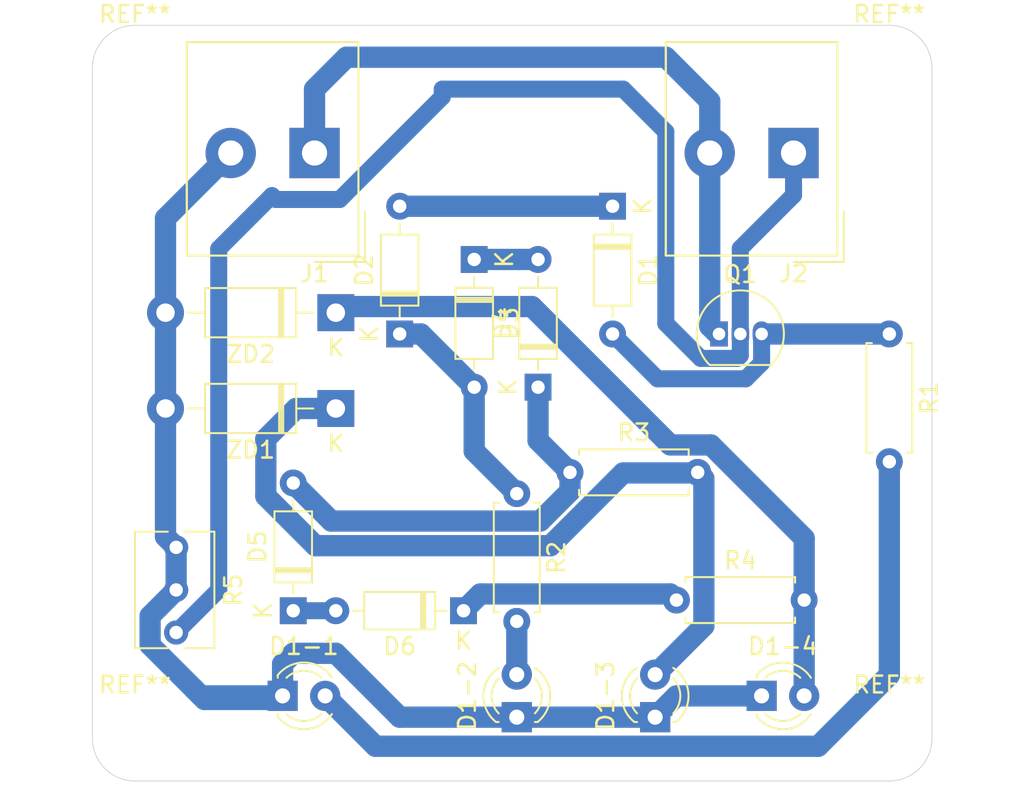
<source format=kicad_pcb>
(kicad_pcb (version 20171130) (host pcbnew "(5.1.8)-1")

  (general
    (thickness 1.6)
    (drawings 8)
    (tracks 90)
    (zones 0)
    (modules 24)
    (nets 15)
  )

  (page A4)
  (layers
    (0 F.Cu signal)
    (31 B.Cu signal)
    (32 B.Adhes user)
    (33 F.Adhes user)
    (34 B.Paste user)
    (35 F.Paste user)
    (36 B.SilkS user)
    (37 F.SilkS user)
    (38 B.Mask user)
    (39 F.Mask user)
    (40 Dwgs.User user)
    (41 Cmts.User user)
    (42 Eco1.User user)
    (43 Eco2.User user)
    (44 Edge.Cuts user)
    (45 Margin user)
    (46 B.CrtYd user)
    (47 F.CrtYd user)
    (48 B.Fab user)
    (49 F.Fab user)
  )

  (setup
    (last_trace_width 1.27)
    (user_trace_width 1.016)
    (user_trace_width 1.27)
    (trace_clearance 0.2)
    (zone_clearance 0.508)
    (zone_45_only no)
    (trace_min 0.2)
    (via_size 0.8)
    (via_drill 0.4)
    (via_min_size 0.4)
    (via_min_drill 0.3)
    (uvia_size 0.3)
    (uvia_drill 0.1)
    (uvias_allowed no)
    (uvia_min_size 0.2)
    (uvia_min_drill 0.1)
    (edge_width 0.05)
    (segment_width 0.2)
    (pcb_text_width 0.3)
    (pcb_text_size 1.5 1.5)
    (mod_edge_width 0.12)
    (mod_text_size 1 1)
    (mod_text_width 0.15)
    (pad_size 1.524 1.524)
    (pad_drill 0.762)
    (pad_to_mask_clearance 0)
    (aux_axis_origin 0 0)
    (grid_origin 152.95 76.2)
    (visible_elements FFFFFF7F)
    (pcbplotparams
      (layerselection 0x010fc_ffffffff)
      (usegerberextensions true)
      (usegerberattributes true)
      (usegerberadvancedattributes true)
      (creategerberjobfile true)
      (excludeedgelayer true)
      (linewidth 0.100000)
      (plotframeref true)
      (viasonmask false)
      (mode 1)
      (useauxorigin false)
      (hpglpennumber 1)
      (hpglpenspeed 20)
      (hpglpendiameter 15.000000)
      (psnegative false)
      (psa4output false)
      (plotreference false)
      (plotvalue true)
      (plotinvisibletext false)
      (padsonsilk false)
      (subtractmaskfromsilk false)
      (outputformat 1)
      (mirror false)
      (drillshape 0)
      (scaleselection 1)
      (outputdirectory "Gerber_Files/"))
  )

  (net 0 "")
  (net 1 "Net-(D1-Pad1)")
  (net 2 "Net-(D1-Pad2)")
  (net 3 "Net-(D2-Pad1)")
  (net 4 "Net-(D3-Pad1)")
  (net 5 "Net-(D4-Pad1)")
  (net 6 "Net-(D5-Pad1)")
  (net 7 "Net-(D6-Pad1)")
  (net 8 "Net-(D1-1-Pad2)")
  (net 9 GND)
  (net 10 "Net-(D1-2-Pad2)")
  (net 11 "Net-(D1-3-Pad2)")
  (net 12 "Net-(D1-4-Pad2)")
  (net 13 +12V)
  (net 14 "Net-(J2-Pad1)")

  (net_class Default "This is the default net class."
    (clearance 0.2)
    (trace_width 0.25)
    (via_dia 0.8)
    (via_drill 0.4)
    (uvia_dia 0.3)
    (uvia_drill 0.1)
    (add_net +12V)
    (add_net GND)
    (add_net "Net-(D1-1-Pad2)")
    (add_net "Net-(D1-2-Pad2)")
    (add_net "Net-(D1-3-Pad2)")
    (add_net "Net-(D1-4-Pad2)")
    (add_net "Net-(D1-Pad1)")
    (add_net "Net-(D1-Pad2)")
    (add_net "Net-(D2-Pad1)")
    (add_net "Net-(D3-Pad1)")
    (add_net "Net-(D4-Pad1)")
    (add_net "Net-(D5-Pad1)")
    (add_net "Net-(D6-Pad1)")
    (add_net "Net-(J2-Pad1)")
  )

  (module MountingHole:MountingHole_2.1mm locked (layer F.Cu) (tedit 5B924765) (tstamp 60F5789B)
    (at 152.95 116.2)
    (descr "Mounting Hole 2.1mm, no annular")
    (tags "mounting hole 2.1mm no annular")
    (attr virtual)
    (fp_text reference REF** (at 0 -3.2) (layer F.SilkS)
      (effects (font (size 1 1) (thickness 0.15)))
    )
    (fp_text value MountingHole_2.1mm (at 0 3.2) (layer F.Fab)
      (effects (font (size 1 1) (thickness 0.15)))
    )
    (fp_circle (center 0 0) (end 2.35 0) (layer F.CrtYd) (width 0.05))
    (fp_circle (center 0 0) (end 2.1 0) (layer Cmts.User) (width 0.15))
    (fp_text user %R (at 0.3 0) (layer F.Fab)
      (effects (font (size 1 1) (thickness 0.15)))
    )
    (pad "" np_thru_hole circle (at 0 0) (size 2.1 2.1) (drill 2.1) (layers *.Cu *.Mask))
  )

  (module MountingHole:MountingHole_2.1mm locked (layer F.Cu) (tedit 5B924765) (tstamp 60F57877)
    (at 107.95 116.2)
    (descr "Mounting Hole 2.1mm, no annular")
    (tags "mounting hole 2.1mm no annular")
    (attr virtual)
    (fp_text reference REF** (at 0 -3.2) (layer F.SilkS)
      (effects (font (size 1 1) (thickness 0.15)))
    )
    (fp_text value MountingHole_2.1mm (at 0 3.2) (layer F.Fab)
      (effects (font (size 1 1) (thickness 0.15)))
    )
    (fp_text user %R (at 0.3 0) (layer F.Fab)
      (effects (font (size 1 1) (thickness 0.15)))
    )
    (fp_circle (center 0 0) (end 2.1 0) (layer Cmts.User) (width 0.15))
    (fp_circle (center 0 0) (end 2.35 0) (layer F.CrtYd) (width 0.05))
    (pad "" np_thru_hole circle (at 0 0) (size 2.1 2.1) (drill 2.1) (layers *.Cu *.Mask))
  )

  (module MountingHole:MountingHole_2.1mm locked (layer F.Cu) (tedit 5B924765) (tstamp 60F57853)
    (at 152.95 76.2)
    (descr "Mounting Hole 2.1mm, no annular")
    (tags "mounting hole 2.1mm no annular")
    (attr virtual)
    (fp_text reference REF** (at 0 -3.2) (layer F.SilkS)
      (effects (font (size 1 1) (thickness 0.15)))
    )
    (fp_text value MountingHole_2.1mm (at 0 3.2) (layer F.Fab)
      (effects (font (size 1 1) (thickness 0.15)))
    )
    (fp_text user %R (at 0.3 0) (layer F.Fab)
      (effects (font (size 1 1) (thickness 0.15)))
    )
    (fp_circle (center 0 0) (end 2.1 0) (layer Cmts.User) (width 0.15))
    (fp_circle (center 0 0) (end 2.35 0) (layer F.CrtYd) (width 0.05))
    (pad "" np_thru_hole circle (at 0 0) (size 2.1 2.1) (drill 2.1) (layers *.Cu *.Mask))
  )

  (module MountingHole:MountingHole_2.1mm locked (layer F.Cu) (tedit 5B924765) (tstamp 60F5782E)
    (at 107.95 76.2)
    (descr "Mounting Hole 2.1mm, no annular")
    (tags "mounting hole 2.1mm no annular")
    (attr virtual)
    (fp_text reference REF** (at 0 -3.2) (layer F.SilkS)
      (effects (font (size 1 1) (thickness 0.15)))
    )
    (fp_text value MountingHole_2.1mm (at 0 3.2) (layer F.Fab)
      (effects (font (size 1 1) (thickness 0.15)))
    )
    (fp_text user %R (at 0.3 0) (layer F.Fab)
      (effects (font (size 1 1) (thickness 0.15)))
    )
    (fp_circle (center 0 0) (end 2.1 0) (layer Cmts.User) (width 0.15))
    (fp_circle (center 0 0) (end 2.35 0) (layer F.CrtYd) (width 0.05))
    (pad "" np_thru_hole circle (at 0 0) (size 2.1 2.1) (drill 2.1) (layers *.Cu *.Mask))
  )

  (module Diode_THT:D_DO-35_SOD27_P7.62mm_Horizontal (layer F.Cu) (tedit 5AE50CD5) (tstamp 60F5803C)
    (at 136.44 84.455 270)
    (descr "Diode, DO-35_SOD27 series, Axial, Horizontal, pin pitch=7.62mm, , length*diameter=4*2mm^2, , http://www.diodes.com/_files/packages/DO-35.pdf")
    (tags "Diode DO-35_SOD27 series Axial Horizontal pin pitch 7.62mm  length 4mm diameter 2mm")
    (path /60F53425)
    (fp_text reference D1 (at 3.81 -2.12 90) (layer F.SilkS)
      (effects (font (size 1 1) (thickness 0.15)))
    )
    (fp_text value 1N4148 (at 3.81 2.12 90) (layer F.Fab)
      (effects (font (size 1 1) (thickness 0.15)))
    )
    (fp_line (start 8.67 -1.25) (end -1.05 -1.25) (layer F.CrtYd) (width 0.05))
    (fp_line (start 8.67 1.25) (end 8.67 -1.25) (layer F.CrtYd) (width 0.05))
    (fp_line (start -1.05 1.25) (end 8.67 1.25) (layer F.CrtYd) (width 0.05))
    (fp_line (start -1.05 -1.25) (end -1.05 1.25) (layer F.CrtYd) (width 0.05))
    (fp_line (start 2.29 -1.12) (end 2.29 1.12) (layer F.SilkS) (width 0.12))
    (fp_line (start 2.53 -1.12) (end 2.53 1.12) (layer F.SilkS) (width 0.12))
    (fp_line (start 2.41 -1.12) (end 2.41 1.12) (layer F.SilkS) (width 0.12))
    (fp_line (start 6.58 0) (end 5.93 0) (layer F.SilkS) (width 0.12))
    (fp_line (start 1.04 0) (end 1.69 0) (layer F.SilkS) (width 0.12))
    (fp_line (start 5.93 -1.12) (end 1.69 -1.12) (layer F.SilkS) (width 0.12))
    (fp_line (start 5.93 1.12) (end 5.93 -1.12) (layer F.SilkS) (width 0.12))
    (fp_line (start 1.69 1.12) (end 5.93 1.12) (layer F.SilkS) (width 0.12))
    (fp_line (start 1.69 -1.12) (end 1.69 1.12) (layer F.SilkS) (width 0.12))
    (fp_line (start 2.31 -1) (end 2.31 1) (layer F.Fab) (width 0.1))
    (fp_line (start 2.51 -1) (end 2.51 1) (layer F.Fab) (width 0.1))
    (fp_line (start 2.41 -1) (end 2.41 1) (layer F.Fab) (width 0.1))
    (fp_line (start 7.62 0) (end 5.81 0) (layer F.Fab) (width 0.1))
    (fp_line (start 0 0) (end 1.81 0) (layer F.Fab) (width 0.1))
    (fp_line (start 5.81 -1) (end 1.81 -1) (layer F.Fab) (width 0.1))
    (fp_line (start 5.81 1) (end 5.81 -1) (layer F.Fab) (width 0.1))
    (fp_line (start 1.81 1) (end 5.81 1) (layer F.Fab) (width 0.1))
    (fp_line (start 1.81 -1) (end 1.81 1) (layer F.Fab) (width 0.1))
    (fp_text user %R (at 4.11 0 90) (layer F.Fab)
      (effects (font (size 0.8 0.8) (thickness 0.12)))
    )
    (fp_text user K (at 0 -1.8 90) (layer F.Fab)
      (effects (font (size 1 1) (thickness 0.15)))
    )
    (fp_text user K (at 0 -1.8 90) (layer F.SilkS)
      (effects (font (size 1 1) (thickness 0.15)))
    )
    (pad 1 thru_hole rect (at 0 0 270) (size 1.6 1.6) (drill 0.8) (layers *.Cu *.Mask)
      (net 1 "Net-(D1-Pad1)"))
    (pad 2 thru_hole oval (at 7.62 0 270) (size 1.6 1.6) (drill 0.8) (layers *.Cu *.Mask)
      (net 2 "Net-(D1-Pad2)"))
    (model ${KISYS3DMOD}/Diode_THT.3dshapes/D_DO-35_SOD27_P7.62mm_Horizontal.wrl
      (at (xyz 0 0 0))
      (scale (xyz 1 1 1))
      (rotate (xyz 0 0 0))
    )
  )

  (module Diode_THT:D_DO-35_SOD27_P7.62mm_Horizontal (layer F.Cu) (tedit 5AE50CD5) (tstamp 60F57FE2)
    (at 123.74 92.075 90)
    (descr "Diode, DO-35_SOD27 series, Axial, Horizontal, pin pitch=7.62mm, , length*diameter=4*2mm^2, , http://www.diodes.com/_files/packages/DO-35.pdf")
    (tags "Diode DO-35_SOD27 series Axial Horizontal pin pitch 7.62mm  length 4mm diameter 2mm")
    (path /60F524E0)
    (fp_text reference D2 (at 3.81 -2.12 90) (layer F.SilkS)
      (effects (font (size 1 1) (thickness 0.15)))
    )
    (fp_text value 1N4148 (at 3.81 2.12 90) (layer F.Fab)
      (effects (font (size 1 1) (thickness 0.15)))
    )
    (fp_line (start 8.67 -1.25) (end -1.05 -1.25) (layer F.CrtYd) (width 0.05))
    (fp_line (start 8.67 1.25) (end 8.67 -1.25) (layer F.CrtYd) (width 0.05))
    (fp_line (start -1.05 1.25) (end 8.67 1.25) (layer F.CrtYd) (width 0.05))
    (fp_line (start -1.05 -1.25) (end -1.05 1.25) (layer F.CrtYd) (width 0.05))
    (fp_line (start 2.29 -1.12) (end 2.29 1.12) (layer F.SilkS) (width 0.12))
    (fp_line (start 2.53 -1.12) (end 2.53 1.12) (layer F.SilkS) (width 0.12))
    (fp_line (start 2.41 -1.12) (end 2.41 1.12) (layer F.SilkS) (width 0.12))
    (fp_line (start 6.58 0) (end 5.93 0) (layer F.SilkS) (width 0.12))
    (fp_line (start 1.04 0) (end 1.69 0) (layer F.SilkS) (width 0.12))
    (fp_line (start 5.93 -1.12) (end 1.69 -1.12) (layer F.SilkS) (width 0.12))
    (fp_line (start 5.93 1.12) (end 5.93 -1.12) (layer F.SilkS) (width 0.12))
    (fp_line (start 1.69 1.12) (end 5.93 1.12) (layer F.SilkS) (width 0.12))
    (fp_line (start 1.69 -1.12) (end 1.69 1.12) (layer F.SilkS) (width 0.12))
    (fp_line (start 2.31 -1) (end 2.31 1) (layer F.Fab) (width 0.1))
    (fp_line (start 2.51 -1) (end 2.51 1) (layer F.Fab) (width 0.1))
    (fp_line (start 2.41 -1) (end 2.41 1) (layer F.Fab) (width 0.1))
    (fp_line (start 7.62 0) (end 5.81 0) (layer F.Fab) (width 0.1))
    (fp_line (start 0 0) (end 1.81 0) (layer F.Fab) (width 0.1))
    (fp_line (start 5.81 -1) (end 1.81 -1) (layer F.Fab) (width 0.1))
    (fp_line (start 5.81 1) (end 5.81 -1) (layer F.Fab) (width 0.1))
    (fp_line (start 1.81 1) (end 5.81 1) (layer F.Fab) (width 0.1))
    (fp_line (start 1.81 -1) (end 1.81 1) (layer F.Fab) (width 0.1))
    (fp_text user %R (at 4.11 0 90) (layer F.Fab)
      (effects (font (size 0.8 0.8) (thickness 0.12)))
    )
    (fp_text user K (at 0 -1.8 90) (layer F.Fab)
      (effects (font (size 1 1) (thickness 0.15)))
    )
    (fp_text user K (at 0 -1.8 90) (layer F.SilkS)
      (effects (font (size 1 1) (thickness 0.15)))
    )
    (pad 1 thru_hole rect (at 0 0 90) (size 1.6 1.6) (drill 0.8) (layers *.Cu *.Mask)
      (net 3 "Net-(D2-Pad1)"))
    (pad 2 thru_hole oval (at 7.62 0 90) (size 1.6 1.6) (drill 0.8) (layers *.Cu *.Mask)
      (net 1 "Net-(D1-Pad1)"))
    (model ${KISYS3DMOD}/Diode_THT.3dshapes/D_DO-35_SOD27_P7.62mm_Horizontal.wrl
      (at (xyz 0 0 0))
      (scale (xyz 1 1 1))
      (rotate (xyz 0 0 0))
    )
  )

  (module Diode_THT:D_DO-35_SOD27_P7.62mm_Horizontal (layer F.Cu) (tedit 5AE50CD5) (tstamp 60F57E0E)
    (at 128.185 87.63 270)
    (descr "Diode, DO-35_SOD27 series, Axial, Horizontal, pin pitch=7.62mm, , length*diameter=4*2mm^2, , http://www.diodes.com/_files/packages/DO-35.pdf")
    (tags "Diode DO-35_SOD27 series Axial Horizontal pin pitch 7.62mm  length 4mm diameter 2mm")
    (path /60F52C19)
    (fp_text reference D3 (at 3.81 -2.12 90) (layer F.SilkS)
      (effects (font (size 1 1) (thickness 0.15)))
    )
    (fp_text value 1N4148 (at 3.81 2.12 90) (layer F.Fab)
      (effects (font (size 1 1) (thickness 0.15)))
    )
    (fp_text user K (at 0 -1.8 90) (layer F.SilkS)
      (effects (font (size 1 1) (thickness 0.15)))
    )
    (fp_text user K (at 0 -1.8 90) (layer F.Fab)
      (effects (font (size 1 1) (thickness 0.15)))
    )
    (fp_text user %R (at 4.11 0 90) (layer F.Fab)
      (effects (font (size 0.8 0.8) (thickness 0.12)))
    )
    (fp_line (start 1.81 -1) (end 1.81 1) (layer F.Fab) (width 0.1))
    (fp_line (start 1.81 1) (end 5.81 1) (layer F.Fab) (width 0.1))
    (fp_line (start 5.81 1) (end 5.81 -1) (layer F.Fab) (width 0.1))
    (fp_line (start 5.81 -1) (end 1.81 -1) (layer F.Fab) (width 0.1))
    (fp_line (start 0 0) (end 1.81 0) (layer F.Fab) (width 0.1))
    (fp_line (start 7.62 0) (end 5.81 0) (layer F.Fab) (width 0.1))
    (fp_line (start 2.41 -1) (end 2.41 1) (layer F.Fab) (width 0.1))
    (fp_line (start 2.51 -1) (end 2.51 1) (layer F.Fab) (width 0.1))
    (fp_line (start 2.31 -1) (end 2.31 1) (layer F.Fab) (width 0.1))
    (fp_line (start 1.69 -1.12) (end 1.69 1.12) (layer F.SilkS) (width 0.12))
    (fp_line (start 1.69 1.12) (end 5.93 1.12) (layer F.SilkS) (width 0.12))
    (fp_line (start 5.93 1.12) (end 5.93 -1.12) (layer F.SilkS) (width 0.12))
    (fp_line (start 5.93 -1.12) (end 1.69 -1.12) (layer F.SilkS) (width 0.12))
    (fp_line (start 1.04 0) (end 1.69 0) (layer F.SilkS) (width 0.12))
    (fp_line (start 6.58 0) (end 5.93 0) (layer F.SilkS) (width 0.12))
    (fp_line (start 2.41 -1.12) (end 2.41 1.12) (layer F.SilkS) (width 0.12))
    (fp_line (start 2.53 -1.12) (end 2.53 1.12) (layer F.SilkS) (width 0.12))
    (fp_line (start 2.29 -1.12) (end 2.29 1.12) (layer F.SilkS) (width 0.12))
    (fp_line (start -1.05 -1.25) (end -1.05 1.25) (layer F.CrtYd) (width 0.05))
    (fp_line (start -1.05 1.25) (end 8.67 1.25) (layer F.CrtYd) (width 0.05))
    (fp_line (start 8.67 1.25) (end 8.67 -1.25) (layer F.CrtYd) (width 0.05))
    (fp_line (start 8.67 -1.25) (end -1.05 -1.25) (layer F.CrtYd) (width 0.05))
    (pad 2 thru_hole oval (at 7.62 0 270) (size 1.6 1.6) (drill 0.8) (layers *.Cu *.Mask)
      (net 3 "Net-(D2-Pad1)"))
    (pad 1 thru_hole rect (at 0 0 270) (size 1.6 1.6) (drill 0.8) (layers *.Cu *.Mask)
      (net 4 "Net-(D3-Pad1)"))
    (model ${KISYS3DMOD}/Diode_THT.3dshapes/D_DO-35_SOD27_P7.62mm_Horizontal.wrl
      (at (xyz 0 0 0))
      (scale (xyz 1 1 1))
      (rotate (xyz 0 0 0))
    )
  )

  (module Diode_THT:D_DO-35_SOD27_P7.62mm_Horizontal (layer F.Cu) (tedit 5AE50CD5) (tstamp 60F57F88)
    (at 131.995 95.25 90)
    (descr "Diode, DO-35_SOD27 series, Axial, Horizontal, pin pitch=7.62mm, , length*diameter=4*2mm^2, , http://www.diodes.com/_files/packages/DO-35.pdf")
    (tags "Diode DO-35_SOD27 series Axial Horizontal pin pitch 7.62mm  length 4mm diameter 2mm")
    (path /60F51C35)
    (fp_text reference D4 (at 3.81 -2.12 90) (layer F.SilkS)
      (effects (font (size 1 1) (thickness 0.15)))
    )
    (fp_text value 1N4148 (at 3.81 2.12 90) (layer F.Fab)
      (effects (font (size 1 1) (thickness 0.15)))
    )
    (fp_text user K (at 0 -1.8 90) (layer F.SilkS)
      (effects (font (size 1 1) (thickness 0.15)))
    )
    (fp_text user K (at 0 -1.8 90) (layer F.Fab)
      (effects (font (size 1 1) (thickness 0.15)))
    )
    (fp_text user %R (at 4.11 0 90) (layer F.Fab)
      (effects (font (size 0.8 0.8) (thickness 0.12)))
    )
    (fp_line (start 1.81 -1) (end 1.81 1) (layer F.Fab) (width 0.1))
    (fp_line (start 1.81 1) (end 5.81 1) (layer F.Fab) (width 0.1))
    (fp_line (start 5.81 1) (end 5.81 -1) (layer F.Fab) (width 0.1))
    (fp_line (start 5.81 -1) (end 1.81 -1) (layer F.Fab) (width 0.1))
    (fp_line (start 0 0) (end 1.81 0) (layer F.Fab) (width 0.1))
    (fp_line (start 7.62 0) (end 5.81 0) (layer F.Fab) (width 0.1))
    (fp_line (start 2.41 -1) (end 2.41 1) (layer F.Fab) (width 0.1))
    (fp_line (start 2.51 -1) (end 2.51 1) (layer F.Fab) (width 0.1))
    (fp_line (start 2.31 -1) (end 2.31 1) (layer F.Fab) (width 0.1))
    (fp_line (start 1.69 -1.12) (end 1.69 1.12) (layer F.SilkS) (width 0.12))
    (fp_line (start 1.69 1.12) (end 5.93 1.12) (layer F.SilkS) (width 0.12))
    (fp_line (start 5.93 1.12) (end 5.93 -1.12) (layer F.SilkS) (width 0.12))
    (fp_line (start 5.93 -1.12) (end 1.69 -1.12) (layer F.SilkS) (width 0.12))
    (fp_line (start 1.04 0) (end 1.69 0) (layer F.SilkS) (width 0.12))
    (fp_line (start 6.58 0) (end 5.93 0) (layer F.SilkS) (width 0.12))
    (fp_line (start 2.41 -1.12) (end 2.41 1.12) (layer F.SilkS) (width 0.12))
    (fp_line (start 2.53 -1.12) (end 2.53 1.12) (layer F.SilkS) (width 0.12))
    (fp_line (start 2.29 -1.12) (end 2.29 1.12) (layer F.SilkS) (width 0.12))
    (fp_line (start -1.05 -1.25) (end -1.05 1.25) (layer F.CrtYd) (width 0.05))
    (fp_line (start -1.05 1.25) (end 8.67 1.25) (layer F.CrtYd) (width 0.05))
    (fp_line (start 8.67 1.25) (end 8.67 -1.25) (layer F.CrtYd) (width 0.05))
    (fp_line (start 8.67 -1.25) (end -1.05 -1.25) (layer F.CrtYd) (width 0.05))
    (pad 2 thru_hole oval (at 7.62 0 90) (size 1.6 1.6) (drill 0.8) (layers *.Cu *.Mask)
      (net 4 "Net-(D3-Pad1)"))
    (pad 1 thru_hole rect (at 0 0 90) (size 1.6 1.6) (drill 0.8) (layers *.Cu *.Mask)
      (net 5 "Net-(D4-Pad1)"))
    (model ${KISYS3DMOD}/Diode_THT.3dshapes/D_DO-35_SOD27_P7.62mm_Horizontal.wrl
      (at (xyz 0 0 0))
      (scale (xyz 1 1 1))
      (rotate (xyz 0 0 0))
    )
  )

  (module Diode_THT:D_DO-35_SOD27_P7.62mm_Horizontal (layer F.Cu) (tedit 5AE50CD5) (tstamp 60F57F2E)
    (at 117.39 108.585 90)
    (descr "Diode, DO-35_SOD27 series, Axial, Horizontal, pin pitch=7.62mm, , length*diameter=4*2mm^2, , http://www.diodes.com/_files/packages/DO-35.pdf")
    (tags "Diode DO-35_SOD27 series Axial Horizontal pin pitch 7.62mm  length 4mm diameter 2mm")
    (path /60F5135C)
    (fp_text reference D5 (at 3.81 -2.12 90) (layer F.SilkS)
      (effects (font (size 1 1) (thickness 0.15)))
    )
    (fp_text value 1N4148 (at 3.81 2.12 90) (layer F.Fab)
      (effects (font (size 1 1) (thickness 0.15)))
    )
    (fp_line (start 8.67 -1.25) (end -1.05 -1.25) (layer F.CrtYd) (width 0.05))
    (fp_line (start 8.67 1.25) (end 8.67 -1.25) (layer F.CrtYd) (width 0.05))
    (fp_line (start -1.05 1.25) (end 8.67 1.25) (layer F.CrtYd) (width 0.05))
    (fp_line (start -1.05 -1.25) (end -1.05 1.25) (layer F.CrtYd) (width 0.05))
    (fp_line (start 2.29 -1.12) (end 2.29 1.12) (layer F.SilkS) (width 0.12))
    (fp_line (start 2.53 -1.12) (end 2.53 1.12) (layer F.SilkS) (width 0.12))
    (fp_line (start 2.41 -1.12) (end 2.41 1.12) (layer F.SilkS) (width 0.12))
    (fp_line (start 6.58 0) (end 5.93 0) (layer F.SilkS) (width 0.12))
    (fp_line (start 1.04 0) (end 1.69 0) (layer F.SilkS) (width 0.12))
    (fp_line (start 5.93 -1.12) (end 1.69 -1.12) (layer F.SilkS) (width 0.12))
    (fp_line (start 5.93 1.12) (end 5.93 -1.12) (layer F.SilkS) (width 0.12))
    (fp_line (start 1.69 1.12) (end 5.93 1.12) (layer F.SilkS) (width 0.12))
    (fp_line (start 1.69 -1.12) (end 1.69 1.12) (layer F.SilkS) (width 0.12))
    (fp_line (start 2.31 -1) (end 2.31 1) (layer F.Fab) (width 0.1))
    (fp_line (start 2.51 -1) (end 2.51 1) (layer F.Fab) (width 0.1))
    (fp_line (start 2.41 -1) (end 2.41 1) (layer F.Fab) (width 0.1))
    (fp_line (start 7.62 0) (end 5.81 0) (layer F.Fab) (width 0.1))
    (fp_line (start 0 0) (end 1.81 0) (layer F.Fab) (width 0.1))
    (fp_line (start 5.81 -1) (end 1.81 -1) (layer F.Fab) (width 0.1))
    (fp_line (start 5.81 1) (end 5.81 -1) (layer F.Fab) (width 0.1))
    (fp_line (start 1.81 1) (end 5.81 1) (layer F.Fab) (width 0.1))
    (fp_line (start 1.81 -1) (end 1.81 1) (layer F.Fab) (width 0.1))
    (fp_text user %R (at 4.11 0 90) (layer F.Fab)
      (effects (font (size 0.8 0.8) (thickness 0.12)))
    )
    (fp_text user K (at 0 -1.8 90) (layer F.Fab)
      (effects (font (size 1 1) (thickness 0.15)))
    )
    (fp_text user K (at 0 -1.8 90) (layer F.SilkS)
      (effects (font (size 1 1) (thickness 0.15)))
    )
    (pad 1 thru_hole rect (at 0 0 90) (size 1.6 1.6) (drill 0.8) (layers *.Cu *.Mask)
      (net 6 "Net-(D5-Pad1)"))
    (pad 2 thru_hole oval (at 7.62 0 90) (size 1.6 1.6) (drill 0.8) (layers *.Cu *.Mask)
      (net 5 "Net-(D4-Pad1)"))
    (model ${KISYS3DMOD}/Diode_THT.3dshapes/D_DO-35_SOD27_P7.62mm_Horizontal.wrl
      (at (xyz 0 0 0))
      (scale (xyz 1 1 1))
      (rotate (xyz 0 0 0))
    )
  )

  (module Diode_THT:D_DO-35_SOD27_P7.62mm_Horizontal (layer F.Cu) (tedit 5AE50CD5) (tstamp 60F57ED4)
    (at 127.55 108.585 180)
    (descr "Diode, DO-35_SOD27 series, Axial, Horizontal, pin pitch=7.62mm, , length*diameter=4*2mm^2, , http://www.diodes.com/_files/packages/DO-35.pdf")
    (tags "Diode DO-35_SOD27 series Axial Horizontal pin pitch 7.62mm  length 4mm diameter 2mm")
    (path /60F51105)
    (fp_text reference D6 (at 3.81 -2.12) (layer F.SilkS)
      (effects (font (size 1 1) (thickness 0.15)))
    )
    (fp_text value 1N4148 (at 3.81 2.12) (layer F.Fab)
      (effects (font (size 1 1) (thickness 0.15)))
    )
    (fp_text user K (at 0 -1.8) (layer F.SilkS)
      (effects (font (size 1 1) (thickness 0.15)))
    )
    (fp_text user K (at 0 -1.8) (layer F.Fab)
      (effects (font (size 1 1) (thickness 0.15)))
    )
    (fp_text user %R (at 4.11 0) (layer F.Fab)
      (effects (font (size 0.8 0.8) (thickness 0.12)))
    )
    (fp_line (start 1.81 -1) (end 1.81 1) (layer F.Fab) (width 0.1))
    (fp_line (start 1.81 1) (end 5.81 1) (layer F.Fab) (width 0.1))
    (fp_line (start 5.81 1) (end 5.81 -1) (layer F.Fab) (width 0.1))
    (fp_line (start 5.81 -1) (end 1.81 -1) (layer F.Fab) (width 0.1))
    (fp_line (start 0 0) (end 1.81 0) (layer F.Fab) (width 0.1))
    (fp_line (start 7.62 0) (end 5.81 0) (layer F.Fab) (width 0.1))
    (fp_line (start 2.41 -1) (end 2.41 1) (layer F.Fab) (width 0.1))
    (fp_line (start 2.51 -1) (end 2.51 1) (layer F.Fab) (width 0.1))
    (fp_line (start 2.31 -1) (end 2.31 1) (layer F.Fab) (width 0.1))
    (fp_line (start 1.69 -1.12) (end 1.69 1.12) (layer F.SilkS) (width 0.12))
    (fp_line (start 1.69 1.12) (end 5.93 1.12) (layer F.SilkS) (width 0.12))
    (fp_line (start 5.93 1.12) (end 5.93 -1.12) (layer F.SilkS) (width 0.12))
    (fp_line (start 5.93 -1.12) (end 1.69 -1.12) (layer F.SilkS) (width 0.12))
    (fp_line (start 1.04 0) (end 1.69 0) (layer F.SilkS) (width 0.12))
    (fp_line (start 6.58 0) (end 5.93 0) (layer F.SilkS) (width 0.12))
    (fp_line (start 2.41 -1.12) (end 2.41 1.12) (layer F.SilkS) (width 0.12))
    (fp_line (start 2.53 -1.12) (end 2.53 1.12) (layer F.SilkS) (width 0.12))
    (fp_line (start 2.29 -1.12) (end 2.29 1.12) (layer F.SilkS) (width 0.12))
    (fp_line (start -1.05 -1.25) (end -1.05 1.25) (layer F.CrtYd) (width 0.05))
    (fp_line (start -1.05 1.25) (end 8.67 1.25) (layer F.CrtYd) (width 0.05))
    (fp_line (start 8.67 1.25) (end 8.67 -1.25) (layer F.CrtYd) (width 0.05))
    (fp_line (start 8.67 -1.25) (end -1.05 -1.25) (layer F.CrtYd) (width 0.05))
    (pad 2 thru_hole oval (at 7.62 0 180) (size 1.6 1.6) (drill 0.8) (layers *.Cu *.Mask)
      (net 6 "Net-(D5-Pad1)"))
    (pad 1 thru_hole rect (at 0 0 180) (size 1.6 1.6) (drill 0.8) (layers *.Cu *.Mask)
      (net 7 "Net-(D6-Pad1)"))
    (model ${KISYS3DMOD}/Diode_THT.3dshapes/D_DO-35_SOD27_P7.62mm_Horizontal.wrl
      (at (xyz 0 0 0))
      (scale (xyz 1 1 1))
      (rotate (xyz 0 0 0))
    )
  )

  (module LED_THT:LED_D3.0mm (layer F.Cu) (tedit 587A3A7B) (tstamp 60F57E92)
    (at 116.755 113.665)
    (descr "LED, diameter 3.0mm, 2 pins")
    (tags "LED diameter 3.0mm 2 pins")
    (path /60F55005)
    (fp_text reference D1-1 (at 1.27 -2.96) (layer F.SilkS)
      (effects (font (size 1 1) (thickness 0.15)))
    )
    (fp_text value LED (at 1.27 2.96) (layer F.Fab)
      (effects (font (size 1 1) (thickness 0.15)))
    )
    (fp_arc (start 1.27 0) (end 0.229039 1.08) (angle -87.9) (layer F.SilkS) (width 0.12))
    (fp_arc (start 1.27 0) (end 0.229039 -1.08) (angle 87.9) (layer F.SilkS) (width 0.12))
    (fp_arc (start 1.27 0) (end -0.29 1.235516) (angle -108.8) (layer F.SilkS) (width 0.12))
    (fp_arc (start 1.27 0) (end -0.29 -1.235516) (angle 108.8) (layer F.SilkS) (width 0.12))
    (fp_arc (start 1.27 0) (end -0.23 -1.16619) (angle 284.3) (layer F.Fab) (width 0.1))
    (fp_circle (center 1.27 0) (end 2.77 0) (layer F.Fab) (width 0.1))
    (fp_line (start -0.23 -1.16619) (end -0.23 1.16619) (layer F.Fab) (width 0.1))
    (fp_line (start -0.29 -1.236) (end -0.29 -1.08) (layer F.SilkS) (width 0.12))
    (fp_line (start -0.29 1.08) (end -0.29 1.236) (layer F.SilkS) (width 0.12))
    (fp_line (start -1.15 -2.25) (end -1.15 2.25) (layer F.CrtYd) (width 0.05))
    (fp_line (start -1.15 2.25) (end 3.7 2.25) (layer F.CrtYd) (width 0.05))
    (fp_line (start 3.7 2.25) (end 3.7 -2.25) (layer F.CrtYd) (width 0.05))
    (fp_line (start 3.7 -2.25) (end -1.15 -2.25) (layer F.CrtYd) (width 0.05))
    (pad 2 thru_hole circle (at 2.54 0) (size 1.8 1.8) (drill 0.9) (layers *.Cu *.Mask)
      (net 8 "Net-(D1-1-Pad2)"))
    (pad 1 thru_hole rect (at 0 0) (size 1.8 1.8) (drill 0.9) (layers *.Cu *.Mask)
      (net 9 GND))
    (model ${KISYS3DMOD}/LED_THT.3dshapes/LED_D3.0mm.wrl
      (at (xyz 0 0 0))
      (scale (xyz 1 1 1))
      (rotate (xyz 0 0 0))
    )
  )

  (module LED_THT:LED_D3.0mm (layer F.Cu) (tedit 587A3A7B) (tstamp 60F5700D)
    (at 130.725 114.935 90)
    (descr "LED, diameter 3.0mm, 2 pins")
    (tags "LED diameter 3.0mm 2 pins")
    (path /60F53B00)
    (fp_text reference D1-2 (at 1.27 -2.96 90) (layer F.SilkS)
      (effects (font (size 1 1) (thickness 0.15)))
    )
    (fp_text value LED (at 1.27 2.96 90) (layer F.Fab)
      (effects (font (size 1 1) (thickness 0.15)))
    )
    (fp_arc (start 1.27 0) (end 0.229039 1.08) (angle -87.9) (layer F.SilkS) (width 0.12))
    (fp_arc (start 1.27 0) (end 0.229039 -1.08) (angle 87.9) (layer F.SilkS) (width 0.12))
    (fp_arc (start 1.27 0) (end -0.29 1.235516) (angle -108.8) (layer F.SilkS) (width 0.12))
    (fp_arc (start 1.27 0) (end -0.29 -1.235516) (angle 108.8) (layer F.SilkS) (width 0.12))
    (fp_arc (start 1.27 0) (end -0.23 -1.16619) (angle 284.3) (layer F.Fab) (width 0.1))
    (fp_circle (center 1.27 0) (end 2.77 0) (layer F.Fab) (width 0.1))
    (fp_line (start -0.23 -1.16619) (end -0.23 1.16619) (layer F.Fab) (width 0.1))
    (fp_line (start -0.29 -1.236) (end -0.29 -1.08) (layer F.SilkS) (width 0.12))
    (fp_line (start -0.29 1.08) (end -0.29 1.236) (layer F.SilkS) (width 0.12))
    (fp_line (start -1.15 -2.25) (end -1.15 2.25) (layer F.CrtYd) (width 0.05))
    (fp_line (start -1.15 2.25) (end 3.7 2.25) (layer F.CrtYd) (width 0.05))
    (fp_line (start 3.7 2.25) (end 3.7 -2.25) (layer F.CrtYd) (width 0.05))
    (fp_line (start 3.7 -2.25) (end -1.15 -2.25) (layer F.CrtYd) (width 0.05))
    (pad 2 thru_hole circle (at 2.54 0 90) (size 1.8 1.8) (drill 0.9) (layers *.Cu *.Mask)
      (net 10 "Net-(D1-2-Pad2)"))
    (pad 1 thru_hole rect (at 0 0 90) (size 1.8 1.8) (drill 0.9) (layers *.Cu *.Mask)
      (net 9 GND))
    (model ${KISYS3DMOD}/LED_THT.3dshapes/LED_D3.0mm.wrl
      (at (xyz 0 0 0))
      (scale (xyz 1 1 1))
      (rotate (xyz 0 0 0))
    )
  )

  (module LED_THT:LED_D3.0mm (layer F.Cu) (tedit 587A3A7B) (tstamp 60F57E5C)
    (at 138.98 114.935 90)
    (descr "LED, diameter 3.0mm, 2 pins")
    (tags "LED diameter 3.0mm 2 pins")
    (path /60F5489E)
    (fp_text reference D1-3 (at 1.27 -2.96 90) (layer F.SilkS)
      (effects (font (size 1 1) (thickness 0.15)))
    )
    (fp_text value LED (at 1.27 2.96 90) (layer F.Fab)
      (effects (font (size 1 1) (thickness 0.15)))
    )
    (fp_line (start 3.7 -2.25) (end -1.15 -2.25) (layer F.CrtYd) (width 0.05))
    (fp_line (start 3.7 2.25) (end 3.7 -2.25) (layer F.CrtYd) (width 0.05))
    (fp_line (start -1.15 2.25) (end 3.7 2.25) (layer F.CrtYd) (width 0.05))
    (fp_line (start -1.15 -2.25) (end -1.15 2.25) (layer F.CrtYd) (width 0.05))
    (fp_line (start -0.29 1.08) (end -0.29 1.236) (layer F.SilkS) (width 0.12))
    (fp_line (start -0.29 -1.236) (end -0.29 -1.08) (layer F.SilkS) (width 0.12))
    (fp_line (start -0.23 -1.16619) (end -0.23 1.16619) (layer F.Fab) (width 0.1))
    (fp_circle (center 1.27 0) (end 2.77 0) (layer F.Fab) (width 0.1))
    (fp_arc (start 1.27 0) (end -0.23 -1.16619) (angle 284.3) (layer F.Fab) (width 0.1))
    (fp_arc (start 1.27 0) (end -0.29 -1.235516) (angle 108.8) (layer F.SilkS) (width 0.12))
    (fp_arc (start 1.27 0) (end -0.29 1.235516) (angle -108.8) (layer F.SilkS) (width 0.12))
    (fp_arc (start 1.27 0) (end 0.229039 -1.08) (angle 87.9) (layer F.SilkS) (width 0.12))
    (fp_arc (start 1.27 0) (end 0.229039 1.08) (angle -87.9) (layer F.SilkS) (width 0.12))
    (pad 1 thru_hole rect (at 0 0 90) (size 1.8 1.8) (drill 0.9) (layers *.Cu *.Mask)
      (net 9 GND))
    (pad 2 thru_hole circle (at 2.54 0 90) (size 1.8 1.8) (drill 0.9) (layers *.Cu *.Mask)
      (net 11 "Net-(D1-3-Pad2)"))
    (model ${KISYS3DMOD}/LED_THT.3dshapes/LED_D3.0mm.wrl
      (at (xyz 0 0 0))
      (scale (xyz 1 1 1))
      (rotate (xyz 0 0 0))
    )
  )

  (module LED_THT:LED_D3.0mm (layer F.Cu) (tedit 587A3A7B) (tstamp 60F57DCC)
    (at 145.33 113.665)
    (descr "LED, diameter 3.0mm, 2 pins")
    (tags "LED diameter 3.0mm 2 pins")
    (path /60F54123)
    (fp_text reference D1-4 (at 1.27 -2.96) (layer F.SilkS)
      (effects (font (size 1 1) (thickness 0.15)))
    )
    (fp_text value LED (at 1.27 2.96) (layer F.Fab)
      (effects (font (size 1 1) (thickness 0.15)))
    )
    (fp_line (start 3.7 -2.25) (end -1.15 -2.25) (layer F.CrtYd) (width 0.05))
    (fp_line (start 3.7 2.25) (end 3.7 -2.25) (layer F.CrtYd) (width 0.05))
    (fp_line (start -1.15 2.25) (end 3.7 2.25) (layer F.CrtYd) (width 0.05))
    (fp_line (start -1.15 -2.25) (end -1.15 2.25) (layer F.CrtYd) (width 0.05))
    (fp_line (start -0.29 1.08) (end -0.29 1.236) (layer F.SilkS) (width 0.12))
    (fp_line (start -0.29 -1.236) (end -0.29 -1.08) (layer F.SilkS) (width 0.12))
    (fp_line (start -0.23 -1.16619) (end -0.23 1.16619) (layer F.Fab) (width 0.1))
    (fp_circle (center 1.27 0) (end 2.77 0) (layer F.Fab) (width 0.1))
    (fp_arc (start 1.27 0) (end -0.23 -1.16619) (angle 284.3) (layer F.Fab) (width 0.1))
    (fp_arc (start 1.27 0) (end -0.29 -1.235516) (angle 108.8) (layer F.SilkS) (width 0.12))
    (fp_arc (start 1.27 0) (end -0.29 1.235516) (angle -108.8) (layer F.SilkS) (width 0.12))
    (fp_arc (start 1.27 0) (end 0.229039 -1.08) (angle 87.9) (layer F.SilkS) (width 0.12))
    (fp_arc (start 1.27 0) (end 0.229039 1.08) (angle -87.9) (layer F.SilkS) (width 0.12))
    (pad 1 thru_hole rect (at 0 0) (size 1.8 1.8) (drill 0.9) (layers *.Cu *.Mask)
      (net 9 GND))
    (pad 2 thru_hole circle (at 2.54 0) (size 1.8 1.8) (drill 0.9) (layers *.Cu *.Mask)
      (net 12 "Net-(D1-4-Pad2)"))
    (model ${KISYS3DMOD}/LED_THT.3dshapes/LED_D3.0mm.wrl
      (at (xyz 0 0 0))
      (scale (xyz 1 1 1))
      (rotate (xyz 0 0 0))
    )
  )

  (module TerminalBlock_Altech:Altech_AK300_1x02_P5.00mm_45-Degree (layer F.Cu) (tedit 5C27907F) (tstamp 60F57D88)
    (at 118.66 81.28 180)
    (descr "Altech AK300 serie terminal block (Script generated with StandardBox.py) (http://www.altechcorp.com/PDFS/PCBMETRC.PDF)")
    (tags "Altech AK300 serie connector")
    (path /60F50A89)
    (fp_text reference J1 (at 0 -7.2) (layer F.SilkS)
      (effects (font (size 1 1) (thickness 0.15)))
    )
    (fp_text value Screw_Terminal_01x02 (at 2.5 7.5) (layer F.Fab)
      (effects (font (size 1 1) (thickness 0.15)))
    )
    (fp_line (start -2.75 -6.25) (end -2.75 6.75) (layer F.CrtYd) (width 0.05))
    (fp_line (start -2.75 6.75) (end 7.75 6.75) (layer F.CrtYd) (width 0.05))
    (fp_line (start 7.75 -6.25) (end 7.75 6.75) (layer F.CrtYd) (width 0.05))
    (fp_line (start -2.75 -6.25) (end 7.75 -6.25) (layer F.CrtYd) (width 0.05))
    (fp_line (start -2.62 -6.12) (end -2.62 6.62) (layer F.SilkS) (width 0.12))
    (fp_line (start -2.62 6.62) (end 7.62 6.62) (layer F.SilkS) (width 0.12))
    (fp_line (start 7.62 -6.12) (end 7.62 6.62) (layer F.SilkS) (width 0.12))
    (fp_line (start -2.62 -6.12) (end 7.62 -6.12) (layer F.SilkS) (width 0.12))
    (fp_line (start -2.62 -6.12) (end -2.62 6.62) (layer F.SilkS) (width 0.12))
    (fp_line (start -2.62 6.62) (end 7.62 6.62) (layer F.SilkS) (width 0.12))
    (fp_line (start 7.62 -6.12) (end 7.62 6.62) (layer F.SilkS) (width 0.12))
    (fp_line (start -2.62 -6.12) (end 7.62 -6.12) (layer F.SilkS) (width 0.12))
    (fp_line (start -3 -6.5) (end 0 -6.5) (layer F.SilkS) (width 0.12))
    (fp_line (start -3 -3.5) (end -3 -6.5) (layer F.SilkS) (width 0.12))
    (fp_line (start -2.5 -5.5) (end -2 -6) (layer F.Fab) (width 0.1))
    (fp_line (start -2.5 6.5) (end -2.5 -5.5) (layer F.Fab) (width 0.1))
    (fp_line (start 7.5 6.5) (end -2.5 6.5) (layer F.Fab) (width 0.1))
    (fp_line (start 7.5 -6) (end 7.5 6.5) (layer F.Fab) (width 0.1))
    (fp_line (start -2 -6) (end 7.5 -6) (layer F.Fab) (width 0.1))
    (fp_text user %R (at 2.5 0.25) (layer F.Fab)
      (effects (font (size 1 1) (thickness 0.15)))
    )
    (pad 1 thru_hole rect (at 0 0 180) (size 3 3) (drill 1.5) (layers *.Cu *.Mask)
      (net 13 +12V))
    (pad 2 thru_hole circle (at 5 0 180) (size 3 3) (drill 1.5) (layers *.Cu *.Mask)
      (net 9 GND))
    (model ${KISYS3DMOD}/TerminalBlock_Altech.3dshapes/Altech_AK300_1x02_P5.00mm_45-Degree.wrl
      (at (xyz 0 0 0))
      (scale (xyz 1 1 1))
      (rotate (xyz 0 0 0))
    )
  )

  (module TerminalBlock_Altech:Altech_AK300_1x02_P5.00mm_45-Degree (layer F.Cu) (tedit 5C27907F) (tstamp 60F57D3D)
    (at 147.235 81.28 180)
    (descr "Altech AK300 serie terminal block (Script generated with StandardBox.py) (http://www.altechcorp.com/PDFS/PCBMETRC.PDF)")
    (tags "Altech AK300 serie connector")
    (path /60F5020A)
    (fp_text reference J2 (at 0 -7.2) (layer F.SilkS)
      (effects (font (size 1 1) (thickness 0.15)))
    )
    (fp_text value Screw_Terminal_01x02 (at 2.5 7.5) (layer F.Fab)
      (effects (font (size 1 1) (thickness 0.15)))
    )
    (fp_text user %R (at 2.5 0.25) (layer F.Fab)
      (effects (font (size 1 1) (thickness 0.15)))
    )
    (fp_line (start -2 -6) (end 7.5 -6) (layer F.Fab) (width 0.1))
    (fp_line (start 7.5 -6) (end 7.5 6.5) (layer F.Fab) (width 0.1))
    (fp_line (start 7.5 6.5) (end -2.5 6.5) (layer F.Fab) (width 0.1))
    (fp_line (start -2.5 6.5) (end -2.5 -5.5) (layer F.Fab) (width 0.1))
    (fp_line (start -2.5 -5.5) (end -2 -6) (layer F.Fab) (width 0.1))
    (fp_line (start -3 -3.5) (end -3 -6.5) (layer F.SilkS) (width 0.12))
    (fp_line (start -3 -6.5) (end 0 -6.5) (layer F.SilkS) (width 0.12))
    (fp_line (start -2.62 -6.12) (end 7.62 -6.12) (layer F.SilkS) (width 0.12))
    (fp_line (start 7.62 -6.12) (end 7.62 6.62) (layer F.SilkS) (width 0.12))
    (fp_line (start -2.62 6.62) (end 7.62 6.62) (layer F.SilkS) (width 0.12))
    (fp_line (start -2.62 -6.12) (end -2.62 6.62) (layer F.SilkS) (width 0.12))
    (fp_line (start -2.62 -6.12) (end 7.62 -6.12) (layer F.SilkS) (width 0.12))
    (fp_line (start 7.62 -6.12) (end 7.62 6.62) (layer F.SilkS) (width 0.12))
    (fp_line (start -2.62 6.62) (end 7.62 6.62) (layer F.SilkS) (width 0.12))
    (fp_line (start -2.62 -6.12) (end -2.62 6.62) (layer F.SilkS) (width 0.12))
    (fp_line (start -2.75 -6.25) (end 7.75 -6.25) (layer F.CrtYd) (width 0.05))
    (fp_line (start 7.75 -6.25) (end 7.75 6.75) (layer F.CrtYd) (width 0.05))
    (fp_line (start -2.75 6.75) (end 7.75 6.75) (layer F.CrtYd) (width 0.05))
    (fp_line (start -2.75 -6.25) (end -2.75 6.75) (layer F.CrtYd) (width 0.05))
    (pad 2 thru_hole circle (at 5 0 180) (size 3 3) (drill 1.5) (layers *.Cu *.Mask)
      (net 13 +12V))
    (pad 1 thru_hole rect (at 0 0 180) (size 3 3) (drill 1.5) (layers *.Cu *.Mask)
      (net 14 "Net-(J2-Pad1)"))
    (model ${KISYS3DMOD}/TerminalBlock_Altech.3dshapes/Altech_AK300_1x02_P5.00mm_45-Degree.wrl
      (at (xyz 0 0 0))
      (scale (xyz 1 1 1))
      (rotate (xyz 0 0 0))
    )
  )

  (module Package_TO_SOT_THT:TO-92_Inline (layer F.Cu) (tedit 5A1DD157) (tstamp 60F57CBA)
    (at 142.79 92.075)
    (descr "TO-92 leads in-line, narrow, oval pads, drill 0.75mm (see NXP sot054_po.pdf)")
    (tags "to-92 sc-43 sc-43a sot54 PA33 transistor")
    (path /60F57D60)
    (fp_text reference Q1 (at 1.27 -3.56) (layer F.SilkS)
      (effects (font (size 1 1) (thickness 0.15)))
    )
    (fp_text value BC547 (at 1.27 2.79) (layer F.Fab)
      (effects (font (size 1 1) (thickness 0.15)))
    )
    (fp_line (start 4 2.01) (end -1.46 2.01) (layer F.CrtYd) (width 0.05))
    (fp_line (start 4 2.01) (end 4 -2.73) (layer F.CrtYd) (width 0.05))
    (fp_line (start -1.46 -2.73) (end -1.46 2.01) (layer F.CrtYd) (width 0.05))
    (fp_line (start -1.46 -2.73) (end 4 -2.73) (layer F.CrtYd) (width 0.05))
    (fp_line (start -0.5 1.75) (end 3 1.75) (layer F.Fab) (width 0.1))
    (fp_line (start -0.53 1.85) (end 3.07 1.85) (layer F.SilkS) (width 0.12))
    (fp_text user %R (at 1.27 0) (layer F.Fab)
      (effects (font (size 1 1) (thickness 0.15)))
    )
    (fp_arc (start 1.27 0) (end 1.27 -2.48) (angle 135) (layer F.Fab) (width 0.1))
    (fp_arc (start 1.27 0) (end 1.27 -2.6) (angle -135) (layer F.SilkS) (width 0.12))
    (fp_arc (start 1.27 0) (end 1.27 -2.48) (angle -135) (layer F.Fab) (width 0.1))
    (fp_arc (start 1.27 0) (end 1.27 -2.6) (angle 135) (layer F.SilkS) (width 0.12))
    (pad 2 thru_hole oval (at 1.27 0) (size 1.05 1.5) (drill 0.75) (layers *.Cu *.Mask)
      (net 14 "Net-(J2-Pad1)"))
    (pad 3 thru_hole oval (at 2.54 0) (size 1.05 1.5) (drill 0.75) (layers *.Cu *.Mask)
      (net 2 "Net-(D1-Pad2)"))
    (pad 1 thru_hole rect (at 0 0) (size 1.05 1.5) (drill 0.75) (layers *.Cu *.Mask)
      (net 13 +12V))
    (model ${KISYS3DMOD}/Package_TO_SOT_THT.3dshapes/TO-92_Inline.wrl
      (at (xyz 0 0 0))
      (scale (xyz 1 1 1))
      (rotate (xyz 0 0 0))
    )
  )

  (module Resistor_THT:R_Axial_DIN0207_L6.3mm_D2.5mm_P7.62mm_Horizontal (layer F.Cu) (tedit 5AE5139B) (tstamp 60F57B9F)
    (at 152.95 92.075 270)
    (descr "Resistor, Axial_DIN0207 series, Axial, Horizontal, pin pitch=7.62mm, 0.25W = 1/4W, length*diameter=6.3*2.5mm^2, http://cdn-reichelt.de/documents/datenblatt/B400/1_4W%23YAG.pdf")
    (tags "Resistor Axial_DIN0207 series Axial Horizontal pin pitch 7.62mm 0.25W = 1/4W length 6.3mm diameter 2.5mm")
    (path /60F55E90)
    (fp_text reference R1 (at 3.81 -2.37 90) (layer F.SilkS)
      (effects (font (size 1 1) (thickness 0.15)))
    )
    (fp_text value 1k (at 3.81 2.37 90) (layer F.Fab)
      (effects (font (size 1 1) (thickness 0.15)))
    )
    (fp_text user %R (at 3.81 0 90) (layer F.Fab)
      (effects (font (size 1 1) (thickness 0.15)))
    )
    (fp_line (start 0.66 -1.25) (end 0.66 1.25) (layer F.Fab) (width 0.1))
    (fp_line (start 0.66 1.25) (end 6.96 1.25) (layer F.Fab) (width 0.1))
    (fp_line (start 6.96 1.25) (end 6.96 -1.25) (layer F.Fab) (width 0.1))
    (fp_line (start 6.96 -1.25) (end 0.66 -1.25) (layer F.Fab) (width 0.1))
    (fp_line (start 0 0) (end 0.66 0) (layer F.Fab) (width 0.1))
    (fp_line (start 7.62 0) (end 6.96 0) (layer F.Fab) (width 0.1))
    (fp_line (start 0.54 -1.04) (end 0.54 -1.37) (layer F.SilkS) (width 0.12))
    (fp_line (start 0.54 -1.37) (end 7.08 -1.37) (layer F.SilkS) (width 0.12))
    (fp_line (start 7.08 -1.37) (end 7.08 -1.04) (layer F.SilkS) (width 0.12))
    (fp_line (start 0.54 1.04) (end 0.54 1.37) (layer F.SilkS) (width 0.12))
    (fp_line (start 0.54 1.37) (end 7.08 1.37) (layer F.SilkS) (width 0.12))
    (fp_line (start 7.08 1.37) (end 7.08 1.04) (layer F.SilkS) (width 0.12))
    (fp_line (start -1.05 -1.5) (end -1.05 1.5) (layer F.CrtYd) (width 0.05))
    (fp_line (start -1.05 1.5) (end 8.67 1.5) (layer F.CrtYd) (width 0.05))
    (fp_line (start 8.67 1.5) (end 8.67 -1.5) (layer F.CrtYd) (width 0.05))
    (fp_line (start 8.67 -1.5) (end -1.05 -1.5) (layer F.CrtYd) (width 0.05))
    (pad 2 thru_hole oval (at 7.62 0 270) (size 1.6 1.6) (drill 0.8) (layers *.Cu *.Mask)
      (net 8 "Net-(D1-1-Pad2)"))
    (pad 1 thru_hole circle (at 0 0 270) (size 1.6 1.6) (drill 0.8) (layers *.Cu *.Mask)
      (net 2 "Net-(D1-Pad2)"))
    (model ${KISYS3DMOD}/Resistor_THT.3dshapes/R_Axial_DIN0207_L6.3mm_D2.5mm_P7.62mm_Horizontal.wrl
      (at (xyz 0 0 0))
      (scale (xyz 1 1 1))
      (rotate (xyz 0 0 0))
    )
  )

  (module Resistor_THT:R_Axial_DIN0207_L6.3mm_D2.5mm_P7.62mm_Horizontal (layer F.Cu) (tedit 5AE5139B) (tstamp 60F57BE1)
    (at 130.725 101.6 270)
    (descr "Resistor, Axial_DIN0207 series, Axial, Horizontal, pin pitch=7.62mm, 0.25W = 1/4W, length*diameter=6.3*2.5mm^2, http://cdn-reichelt.de/documents/datenblatt/B400/1_4W%23YAG.pdf")
    (tags "Resistor Axial_DIN0207 series Axial Horizontal pin pitch 7.62mm 0.25W = 1/4W length 6.3mm diameter 2.5mm")
    (path /60F555A2)
    (fp_text reference R2 (at 3.81 -2.37 90) (layer F.SilkS)
      (effects (font (size 1 1) (thickness 0.15)))
    )
    (fp_text value 1k (at 3.81 2.37 90) (layer F.Fab)
      (effects (font (size 1 1) (thickness 0.15)))
    )
    (fp_text user %R (at 3.81 0 90) (layer F.Fab)
      (effects (font (size 1 1) (thickness 0.15)))
    )
    (fp_line (start 0.66 -1.25) (end 0.66 1.25) (layer F.Fab) (width 0.1))
    (fp_line (start 0.66 1.25) (end 6.96 1.25) (layer F.Fab) (width 0.1))
    (fp_line (start 6.96 1.25) (end 6.96 -1.25) (layer F.Fab) (width 0.1))
    (fp_line (start 6.96 -1.25) (end 0.66 -1.25) (layer F.Fab) (width 0.1))
    (fp_line (start 0 0) (end 0.66 0) (layer F.Fab) (width 0.1))
    (fp_line (start 7.62 0) (end 6.96 0) (layer F.Fab) (width 0.1))
    (fp_line (start 0.54 -1.04) (end 0.54 -1.37) (layer F.SilkS) (width 0.12))
    (fp_line (start 0.54 -1.37) (end 7.08 -1.37) (layer F.SilkS) (width 0.12))
    (fp_line (start 7.08 -1.37) (end 7.08 -1.04) (layer F.SilkS) (width 0.12))
    (fp_line (start 0.54 1.04) (end 0.54 1.37) (layer F.SilkS) (width 0.12))
    (fp_line (start 0.54 1.37) (end 7.08 1.37) (layer F.SilkS) (width 0.12))
    (fp_line (start 7.08 1.37) (end 7.08 1.04) (layer F.SilkS) (width 0.12))
    (fp_line (start -1.05 -1.5) (end -1.05 1.5) (layer F.CrtYd) (width 0.05))
    (fp_line (start -1.05 1.5) (end 8.67 1.5) (layer F.CrtYd) (width 0.05))
    (fp_line (start 8.67 1.5) (end 8.67 -1.5) (layer F.CrtYd) (width 0.05))
    (fp_line (start 8.67 -1.5) (end -1.05 -1.5) (layer F.CrtYd) (width 0.05))
    (pad 2 thru_hole oval (at 7.62 0 270) (size 1.6 1.6) (drill 0.8) (layers *.Cu *.Mask)
      (net 10 "Net-(D1-2-Pad2)"))
    (pad 1 thru_hole circle (at 0 0 270) (size 1.6 1.6) (drill 0.8) (layers *.Cu *.Mask)
      (net 3 "Net-(D2-Pad1)"))
    (model ${KISYS3DMOD}/Resistor_THT.3dshapes/R_Axial_DIN0207_L6.3mm_D2.5mm_P7.62mm_Horizontal.wrl
      (at (xyz 0 0 0))
      (scale (xyz 1 1 1))
      (rotate (xyz 0 0 0))
    )
  )

  (module Resistor_THT:R_Axial_DIN0207_L6.3mm_D2.5mm_P7.62mm_Horizontal (layer F.Cu) (tedit 5AE5139B) (tstamp 60F57C7D)
    (at 133.9 100.33)
    (descr "Resistor, Axial_DIN0207 series, Axial, Horizontal, pin pitch=7.62mm, 0.25W = 1/4W, length*diameter=6.3*2.5mm^2, http://cdn-reichelt.de/documents/datenblatt/B400/1_4W%23YAG.pdf")
    (tags "Resistor Axial_DIN0207 series Axial Horizontal pin pitch 7.62mm 0.25W = 1/4W length 6.3mm diameter 2.5mm")
    (path /60F55AFB)
    (fp_text reference R3 (at 3.81 -2.37) (layer F.SilkS)
      (effects (font (size 1 1) (thickness 0.15)))
    )
    (fp_text value 680 (at 3.81 2.37) (layer F.Fab)
      (effects (font (size 1 1) (thickness 0.15)))
    )
    (fp_line (start 8.67 -1.5) (end -1.05 -1.5) (layer F.CrtYd) (width 0.05))
    (fp_line (start 8.67 1.5) (end 8.67 -1.5) (layer F.CrtYd) (width 0.05))
    (fp_line (start -1.05 1.5) (end 8.67 1.5) (layer F.CrtYd) (width 0.05))
    (fp_line (start -1.05 -1.5) (end -1.05 1.5) (layer F.CrtYd) (width 0.05))
    (fp_line (start 7.08 1.37) (end 7.08 1.04) (layer F.SilkS) (width 0.12))
    (fp_line (start 0.54 1.37) (end 7.08 1.37) (layer F.SilkS) (width 0.12))
    (fp_line (start 0.54 1.04) (end 0.54 1.37) (layer F.SilkS) (width 0.12))
    (fp_line (start 7.08 -1.37) (end 7.08 -1.04) (layer F.SilkS) (width 0.12))
    (fp_line (start 0.54 -1.37) (end 7.08 -1.37) (layer F.SilkS) (width 0.12))
    (fp_line (start 0.54 -1.04) (end 0.54 -1.37) (layer F.SilkS) (width 0.12))
    (fp_line (start 7.62 0) (end 6.96 0) (layer F.Fab) (width 0.1))
    (fp_line (start 0 0) (end 0.66 0) (layer F.Fab) (width 0.1))
    (fp_line (start 6.96 -1.25) (end 0.66 -1.25) (layer F.Fab) (width 0.1))
    (fp_line (start 6.96 1.25) (end 6.96 -1.25) (layer F.Fab) (width 0.1))
    (fp_line (start 0.66 1.25) (end 6.96 1.25) (layer F.Fab) (width 0.1))
    (fp_line (start 0.66 -1.25) (end 0.66 1.25) (layer F.Fab) (width 0.1))
    (fp_text user %R (at 3.81 0) (layer F.Fab)
      (effects (font (size 1 1) (thickness 0.15)))
    )
    (pad 1 thru_hole circle (at 0 0) (size 1.6 1.6) (drill 0.8) (layers *.Cu *.Mask)
      (net 5 "Net-(D4-Pad1)"))
    (pad 2 thru_hole oval (at 7.62 0) (size 1.6 1.6) (drill 0.8) (layers *.Cu *.Mask)
      (net 11 "Net-(D1-3-Pad2)"))
    (model ${KISYS3DMOD}/Resistor_THT.3dshapes/R_Axial_DIN0207_L6.3mm_D2.5mm_P7.62mm_Horizontal.wrl
      (at (xyz 0 0 0))
      (scale (xyz 1 1 1))
      (rotate (xyz 0 0 0))
    )
  )

  (module Resistor_THT:R_Axial_DIN0207_L6.3mm_D2.5mm_P7.62mm_Horizontal (layer F.Cu) (tedit 5AE5139B) (tstamp 60F5966C)
    (at 140.25 107.95)
    (descr "Resistor, Axial_DIN0207 series, Axial, Horizontal, pin pitch=7.62mm, 0.25W = 1/4W, length*diameter=6.3*2.5mm^2, http://cdn-reichelt.de/documents/datenblatt/B400/1_4W%23YAG.pdf")
    (tags "Resistor Axial_DIN0207 series Axial Horizontal pin pitch 7.62mm 0.25W = 1/4W length 6.3mm diameter 2.5mm")
    (path /60F5617F)
    (fp_text reference R4 (at 3.81 -2.37) (layer F.SilkS)
      (effects (font (size 1 1) (thickness 0.15)))
    )
    (fp_text value 680 (at 3.81 2.37) (layer F.Fab)
      (effects (font (size 1 1) (thickness 0.15)))
    )
    (fp_line (start 8.67 -1.5) (end -1.05 -1.5) (layer F.CrtYd) (width 0.05))
    (fp_line (start 8.67 1.5) (end 8.67 -1.5) (layer F.CrtYd) (width 0.05))
    (fp_line (start -1.05 1.5) (end 8.67 1.5) (layer F.CrtYd) (width 0.05))
    (fp_line (start -1.05 -1.5) (end -1.05 1.5) (layer F.CrtYd) (width 0.05))
    (fp_line (start 7.08 1.37) (end 7.08 1.04) (layer F.SilkS) (width 0.12))
    (fp_line (start 0.54 1.37) (end 7.08 1.37) (layer F.SilkS) (width 0.12))
    (fp_line (start 0.54 1.04) (end 0.54 1.37) (layer F.SilkS) (width 0.12))
    (fp_line (start 7.08 -1.37) (end 7.08 -1.04) (layer F.SilkS) (width 0.12))
    (fp_line (start 0.54 -1.37) (end 7.08 -1.37) (layer F.SilkS) (width 0.12))
    (fp_line (start 0.54 -1.04) (end 0.54 -1.37) (layer F.SilkS) (width 0.12))
    (fp_line (start 7.62 0) (end 6.96 0) (layer F.Fab) (width 0.1))
    (fp_line (start 0 0) (end 0.66 0) (layer F.Fab) (width 0.1))
    (fp_line (start 6.96 -1.25) (end 0.66 -1.25) (layer F.Fab) (width 0.1))
    (fp_line (start 6.96 1.25) (end 6.96 -1.25) (layer F.Fab) (width 0.1))
    (fp_line (start 0.66 1.25) (end 6.96 1.25) (layer F.Fab) (width 0.1))
    (fp_line (start 0.66 -1.25) (end 0.66 1.25) (layer F.Fab) (width 0.1))
    (fp_text user %R (at 3.81 0) (layer F.Fab)
      (effects (font (size 1 1) (thickness 0.15)))
    )
    (pad 1 thru_hole circle (at 0 0) (size 1.6 1.6) (drill 0.8) (layers *.Cu *.Mask)
      (net 7 "Net-(D6-Pad1)"))
    (pad 2 thru_hole oval (at 7.62 0) (size 1.6 1.6) (drill 0.8) (layers *.Cu *.Mask)
      (net 12 "Net-(D1-4-Pad2)"))
    (model ${KISYS3DMOD}/Resistor_THT.3dshapes/R_Axial_DIN0207_L6.3mm_D2.5mm_P7.62mm_Horizontal.wrl
      (at (xyz 0 0 0))
      (scale (xyz 1 1 1))
      (rotate (xyz 0 0 0))
    )
  )

  (module Potentiometer_THT:Potentiometer_Bourns_3266Y_Vertical (layer F.Cu) (tedit 5A3D4994) (tstamp 60F57CF4)
    (at 110.405 109.885001 270)
    (descr "Potentiometer, vertical, Bourns 3266Y, https://www.bourns.com/docs/Product-Datasheets/3266.pdf")
    (tags "Potentiometer vertical Bourns 3266Y")
    (path /60F5788E)
    (fp_text reference R5 (at -2.54 -3.41 90) (layer F.SilkS)
      (effects (font (size 1 1) (thickness 0.15)))
    )
    (fp_text value 10k (at -2.54 3.59 90) (layer F.Fab)
      (effects (font (size 1 1) (thickness 0.15)))
    )
    (fp_line (start 1.1 -2.45) (end -6.15 -2.45) (layer F.CrtYd) (width 0.05))
    (fp_line (start 1.1 2.6) (end 1.1 -2.45) (layer F.CrtYd) (width 0.05))
    (fp_line (start -6.15 2.6) (end 1.1 2.6) (layer F.CrtYd) (width 0.05))
    (fp_line (start -6.15 -2.45) (end -6.15 2.6) (layer F.CrtYd) (width 0.05))
    (fp_line (start 0.935 0.496) (end 0.935 2.46) (layer F.SilkS) (width 0.12))
    (fp_line (start 0.935 -2.28) (end 0.935 -0.494) (layer F.SilkS) (width 0.12))
    (fp_line (start -6.015 0.496) (end -6.015 2.46) (layer F.SilkS) (width 0.12))
    (fp_line (start -6.015 -2.28) (end -6.015 -0.494) (layer F.SilkS) (width 0.12))
    (fp_line (start -6.015 2.46) (end 0.935 2.46) (layer F.SilkS) (width 0.12))
    (fp_line (start -6.015 -2.28) (end 0.935 -2.28) (layer F.SilkS) (width 0.12))
    (fp_line (start -0.405 1.952) (end -0.404 0.189) (layer F.Fab) (width 0.1))
    (fp_line (start -0.405 1.952) (end -0.404 0.189) (layer F.Fab) (width 0.1))
    (fp_line (start 0.815 -2.16) (end -5.895 -2.16) (layer F.Fab) (width 0.1))
    (fp_line (start 0.815 2.34) (end 0.815 -2.16) (layer F.Fab) (width 0.1))
    (fp_line (start -5.895 2.34) (end 0.815 2.34) (layer F.Fab) (width 0.1))
    (fp_line (start -5.895 -2.16) (end -5.895 2.34) (layer F.Fab) (width 0.1))
    (fp_circle (center -0.405 1.07) (end 0.485 1.07) (layer F.Fab) (width 0.1))
    (fp_text user %R (at -3.15 0.09 90) (layer F.Fab)
      (effects (font (size 0.92 0.92) (thickness 0.15)))
    )
    (pad 1 thru_hole circle (at 0 0 270) (size 1.44 1.44) (drill 0.8) (layers *.Cu *.Mask)
      (net 14 "Net-(J2-Pad1)"))
    (pad 2 thru_hole circle (at -2.54 0 270) (size 1.44 1.44) (drill 0.8) (layers *.Cu *.Mask)
      (net 9 GND))
    (pad 3 thru_hole circle (at -5.08 0 270) (size 1.44 1.44) (drill 0.8) (layers *.Cu *.Mask)
      (net 9 GND))
    (model ${KISYS3DMOD}/Potentiometer_THT.3dshapes/Potentiometer_Bourns_3266Y_Vertical.wrl
      (at (xyz 0 0 0))
      (scale (xyz 1 1 1))
      (rotate (xyz 0 0 0))
    )
  )

  (module Diode_THT:D_DO-41_SOD81_P10.16mm_Horizontal (layer F.Cu) (tedit 5AE50CD5) (tstamp 60F57C2B)
    (at 119.93 96.52 180)
    (descr "Diode, DO-41_SOD81 series, Axial, Horizontal, pin pitch=10.16mm, , length*diameter=5.2*2.7mm^2, , http://www.diodes.com/_files/packages/DO-41%20(Plastic).pdf")
    (tags "Diode DO-41_SOD81 series Axial Horizontal pin pitch 10.16mm  length 5.2mm diameter 2.7mm")
    (path /60F672FC)
    (fp_text reference ZD1 (at 5.08 -2.47) (layer F.SilkS)
      (effects (font (size 1 1) (thickness 0.15)))
    )
    (fp_text value DZ2S033X0L (at 5.08 2.47) (layer F.Fab)
      (effects (font (size 1 1) (thickness 0.15)))
    )
    (fp_line (start 11.51 -1.6) (end -1.35 -1.6) (layer F.CrtYd) (width 0.05))
    (fp_line (start 11.51 1.6) (end 11.51 -1.6) (layer F.CrtYd) (width 0.05))
    (fp_line (start -1.35 1.6) (end 11.51 1.6) (layer F.CrtYd) (width 0.05))
    (fp_line (start -1.35 -1.6) (end -1.35 1.6) (layer F.CrtYd) (width 0.05))
    (fp_line (start 3.14 -1.47) (end 3.14 1.47) (layer F.SilkS) (width 0.12))
    (fp_line (start 3.38 -1.47) (end 3.38 1.47) (layer F.SilkS) (width 0.12))
    (fp_line (start 3.26 -1.47) (end 3.26 1.47) (layer F.SilkS) (width 0.12))
    (fp_line (start 8.82 0) (end 7.8 0) (layer F.SilkS) (width 0.12))
    (fp_line (start 1.34 0) (end 2.36 0) (layer F.SilkS) (width 0.12))
    (fp_line (start 7.8 -1.47) (end 2.36 -1.47) (layer F.SilkS) (width 0.12))
    (fp_line (start 7.8 1.47) (end 7.8 -1.47) (layer F.SilkS) (width 0.12))
    (fp_line (start 2.36 1.47) (end 7.8 1.47) (layer F.SilkS) (width 0.12))
    (fp_line (start 2.36 -1.47) (end 2.36 1.47) (layer F.SilkS) (width 0.12))
    (fp_line (start 3.16 -1.35) (end 3.16 1.35) (layer F.Fab) (width 0.1))
    (fp_line (start 3.36 -1.35) (end 3.36 1.35) (layer F.Fab) (width 0.1))
    (fp_line (start 3.26 -1.35) (end 3.26 1.35) (layer F.Fab) (width 0.1))
    (fp_line (start 10.16 0) (end 7.68 0) (layer F.Fab) (width 0.1))
    (fp_line (start 0 0) (end 2.48 0) (layer F.Fab) (width 0.1))
    (fp_line (start 7.68 -1.35) (end 2.48 -1.35) (layer F.Fab) (width 0.1))
    (fp_line (start 7.68 1.35) (end 7.68 -1.35) (layer F.Fab) (width 0.1))
    (fp_line (start 2.48 1.35) (end 7.68 1.35) (layer F.Fab) (width 0.1))
    (fp_line (start 2.48 -1.35) (end 2.48 1.35) (layer F.Fab) (width 0.1))
    (fp_text user %R (at 5.47 0) (layer F.Fab)
      (effects (font (size 1 1) (thickness 0.15)))
    )
    (fp_text user K (at 0 -2.1) (layer F.Fab)
      (effects (font (size 1 1) (thickness 0.15)))
    )
    (fp_text user K (at 0 -2.1) (layer F.SilkS)
      (effects (font (size 1 1) (thickness 0.15)))
    )
    (pad 1 thru_hole rect (at 0 0 180) (size 2.2 2.2) (drill 1.1) (layers *.Cu *.Mask)
      (net 11 "Net-(D1-3-Pad2)"))
    (pad 2 thru_hole oval (at 10.16 0 180) (size 2.2 2.2) (drill 1.1) (layers *.Cu *.Mask)
      (net 9 GND))
    (model ${KISYS3DMOD}/Diode_THT.3dshapes/D_DO-41_SOD81_P10.16mm_Horizontal.wrl
      (at (xyz 0 0 0))
      (scale (xyz 1 1 1))
      (rotate (xyz 0 0 0))
    )
  )

  (module Diode_THT:D_DO-41_SOD81_P10.16mm_Horizontal (layer F.Cu) (tedit 5AE50CD5) (tstamp 60F57B4D)
    (at 119.93 90.805 180)
    (descr "Diode, DO-41_SOD81 series, Axial, Horizontal, pin pitch=10.16mm, , length*diameter=5.2*2.7mm^2, , http://www.diodes.com/_files/packages/DO-41%20(Plastic).pdf")
    (tags "Diode DO-41_SOD81 series Axial Horizontal pin pitch 10.16mm  length 5.2mm diameter 2.7mm")
    (path /60F67CD0)
    (fp_text reference ZD2 (at 5.08 -2.47) (layer F.SilkS)
      (effects (font (size 1 1) (thickness 0.15)))
    )
    (fp_text value DZ2S033X0L (at 5.08 2.47) (layer F.Fab)
      (effects (font (size 1 1) (thickness 0.15)))
    )
    (fp_text user K (at 0 -2.1) (layer F.SilkS)
      (effects (font (size 1 1) (thickness 0.15)))
    )
    (fp_text user K (at 0 -2.1) (layer F.Fab)
      (effects (font (size 1 1) (thickness 0.15)))
    )
    (fp_text user %R (at 5.47 0) (layer F.Fab)
      (effects (font (size 1 1) (thickness 0.15)))
    )
    (fp_line (start 2.48 -1.35) (end 2.48 1.35) (layer F.Fab) (width 0.1))
    (fp_line (start 2.48 1.35) (end 7.68 1.35) (layer F.Fab) (width 0.1))
    (fp_line (start 7.68 1.35) (end 7.68 -1.35) (layer F.Fab) (width 0.1))
    (fp_line (start 7.68 -1.35) (end 2.48 -1.35) (layer F.Fab) (width 0.1))
    (fp_line (start 0 0) (end 2.48 0) (layer F.Fab) (width 0.1))
    (fp_line (start 10.16 0) (end 7.68 0) (layer F.Fab) (width 0.1))
    (fp_line (start 3.26 -1.35) (end 3.26 1.35) (layer F.Fab) (width 0.1))
    (fp_line (start 3.36 -1.35) (end 3.36 1.35) (layer F.Fab) (width 0.1))
    (fp_line (start 3.16 -1.35) (end 3.16 1.35) (layer F.Fab) (width 0.1))
    (fp_line (start 2.36 -1.47) (end 2.36 1.47) (layer F.SilkS) (width 0.12))
    (fp_line (start 2.36 1.47) (end 7.8 1.47) (layer F.SilkS) (width 0.12))
    (fp_line (start 7.8 1.47) (end 7.8 -1.47) (layer F.SilkS) (width 0.12))
    (fp_line (start 7.8 -1.47) (end 2.36 -1.47) (layer F.SilkS) (width 0.12))
    (fp_line (start 1.34 0) (end 2.36 0) (layer F.SilkS) (width 0.12))
    (fp_line (start 8.82 0) (end 7.8 0) (layer F.SilkS) (width 0.12))
    (fp_line (start 3.26 -1.47) (end 3.26 1.47) (layer F.SilkS) (width 0.12))
    (fp_line (start 3.38 -1.47) (end 3.38 1.47) (layer F.SilkS) (width 0.12))
    (fp_line (start 3.14 -1.47) (end 3.14 1.47) (layer F.SilkS) (width 0.12))
    (fp_line (start -1.35 -1.6) (end -1.35 1.6) (layer F.CrtYd) (width 0.05))
    (fp_line (start -1.35 1.6) (end 11.51 1.6) (layer F.CrtYd) (width 0.05))
    (fp_line (start 11.51 1.6) (end 11.51 -1.6) (layer F.CrtYd) (width 0.05))
    (fp_line (start 11.51 -1.6) (end -1.35 -1.6) (layer F.CrtYd) (width 0.05))
    (pad 2 thru_hole oval (at 10.16 0 180) (size 2.2 2.2) (drill 1.1) (layers *.Cu *.Mask)
      (net 9 GND))
    (pad 1 thru_hole rect (at 0 0 180) (size 2.2 2.2) (drill 1.1) (layers *.Cu *.Mask)
      (net 12 "Net-(D1-4-Pad2)"))
    (model ${KISYS3DMOD}/Diode_THT.3dshapes/D_DO-41_SOD81_P10.16mm_Horizontal.wrl
      (at (xyz 0 0 0))
      (scale (xyz 1 1 1))
      (rotate (xyz 0 0 0))
    )
  )

  (gr_line (start 155.49 116.2) (end 155.49 76.2) (layer Edge.Cuts) (width 0.05) (tstamp 60F58D8E))
  (gr_line (start 152.95 118.74) (end 107.95 118.74) (layer Edge.Cuts) (width 0.05) (tstamp 60F58D8D))
  (gr_line (start 105.41 76.2) (end 105.41 116.2) (layer Edge.Cuts) (width 0.05) (tstamp 60F58D8C))
  (gr_line (start 152.95 73.66) (end 107.95 73.66) (layer Edge.Cuts) (width 0.05) (tstamp 60F58D8B))
  (gr_arc (start 152.95 76.2) (end 155.49 76.2) (angle -90) (layer Edge.Cuts) (width 0.05))
  (gr_arc (start 152.95 116.2) (end 152.95 118.74) (angle -90) (layer Edge.Cuts) (width 0.05))
  (gr_arc (start 107.95 116.2) (end 105.41 116.2) (angle -90) (layer Edge.Cuts) (width 0.05))
  (gr_arc (start 107.95 76.2) (end 107.95 73.66) (angle -90) (layer Edge.Cuts) (width 0.05))

  (segment (start 136.44 84.455) (end 123.74 84.455) (width 1.27) (layer B.Cu) (net 1))
  (segment (start 152.95 92.075) (end 145.42001 92.075) (width 1.27) (layer B.Cu) (net 2))
  (segment (start 145.33 93.804099) (end 145.33 92.075) (width 1.016) (layer B.Cu) (net 2))
  (segment (start 144.385088 94.749011) (end 145.33 93.804099) (width 1.016) (layer B.Cu) (net 2))
  (segment (start 139.114011 94.749011) (end 144.385088 94.749011) (width 1.016) (layer B.Cu) (net 2))
  (segment (start 136.44 92.075) (end 139.114011 94.749011) (width 1.016) (layer B.Cu) (net 2))
  (segment (start 125.01 92.075) (end 128.185 95.25) (width 1.27) (layer B.Cu) (net 3))
  (segment (start 123.74 92.075) (end 125.01 92.075) (width 1.27) (layer B.Cu) (net 3))
  (segment (start 128.185 99.06) (end 128.185 95.25) (width 1.27) (layer B.Cu) (net 3))
  (segment (start 130.725 101.6) (end 128.185 99.06) (width 1.27) (layer B.Cu) (net 3))
  (segment (start 128.185 87.63) (end 131.995 87.63) (width 1.27) (layer B.Cu) (net 4))
  (segment (start 131.995 98.425) (end 133.9 100.33) (width 1.27) (layer B.Cu) (net 5))
  (segment (start 131.995 95.25) (end 131.995 98.425) (width 1.27) (layer B.Cu) (net 5))
  (segment (start 133.9 101.46137) (end 133.9 100.33) (width 1.27) (layer B.Cu) (net 5))
  (segment (start 132.126369 103.235001) (end 133.9 101.46137) (width 1.27) (layer B.Cu) (net 5))
  (segment (start 119.660001 103.235001) (end 132.126369 103.235001) (width 1.27) (layer B.Cu) (net 5))
  (segment (start 117.39 100.965) (end 119.660001 103.235001) (width 1.27) (layer B.Cu) (net 5))
  (segment (start 117.39 108.585) (end 119.93 108.585) (width 1.016) (layer B.Cu) (net 6))
  (segment (start 139.884999 107.584999) (end 128.550001 107.584999) (width 1.27) (layer B.Cu) (net 7))
  (segment (start 128.550001 107.584999) (end 127.55 108.585) (width 1.27) (layer B.Cu) (net 7))
  (segment (start 140.25 107.95) (end 139.884999 107.584999) (width 1.27) (layer B.Cu) (net 7))
  (segment (start 152.95 112.422802) (end 152.95 99.695) (width 1.27) (layer B.Cu) (net 8))
  (segment (start 148.702801 116.670001) (end 152.95 112.422802) (width 1.27) (layer B.Cu) (net 8))
  (segment (start 122.300001 116.670001) (end 148.702801 116.670001) (width 1.27) (layer B.Cu) (net 8))
  (segment (start 119.295 113.665) (end 122.300001 116.670001) (width 1.27) (layer B.Cu) (net 8))
  (segment (start 113.66 81.28) (end 109.77 85.17) (width 1.27) (layer B.Cu) (net 9))
  (segment (start 109.77 85.17) (end 109.77 90.805) (width 1.27) (layer B.Cu) (net 9))
  (segment (start 109.77 90.805) (end 109.77 96.52) (width 1.27) (layer B.Cu) (net 9))
  (segment (start 109.77 104.170001) (end 110.405 104.805001) (width 1.27) (layer B.Cu) (net 9))
  (segment (start 109.77 96.52) (end 109.77 104.170001) (width 1.27) (layer B.Cu) (net 9))
  (segment (start 110.405 104.805001) (end 110.405 107.345001) (width 1.27) (layer B.Cu) (net 9))
  (segment (start 108.849999 108.900002) (end 108.849999 110.631402) (width 1.27) (layer B.Cu) (net 9))
  (segment (start 110.405 107.345001) (end 108.849999 108.900002) (width 1.27) (layer B.Cu) (net 9))
  (segment (start 140.25 113.665) (end 138.98 114.935) (width 1.27) (layer B.Cu) (net 9))
  (segment (start 145.33 113.665) (end 140.25 113.665) (width 1.27) (layer B.Cu) (net 9))
  (segment (start 138.98 114.935) (end 130.725 114.935) (width 1.27) (layer B.Cu) (net 9))
  (segment (start 116.541799 113.878201) (end 116.755 113.665) (width 1.27) (layer B.Cu) (net 9))
  (segment (start 112.096799 113.878201) (end 116.541799 113.878201) (width 1.27) (layer B.Cu) (net 9))
  (segment (start 111.883598 113.665) (end 111.461799 113.243201) (width 1.27) (layer B.Cu) (net 9))
  (segment (start 116.755 113.665) (end 111.883598 113.665) (width 1.27) (layer B.Cu) (net 9))
  (segment (start 111.461799 113.243201) (end 112.096799 113.878201) (width 1.27) (layer B.Cu) (net 9))
  (segment (start 108.849999 110.631402) (end 111.461799 113.243201) (width 1.27) (layer B.Cu) (net 9))
  (segment (start 123.74 114.935) (end 130.725 114.935) (width 1.27) (layer B.Cu) (net 9))
  (segment (start 119.93 111.125) (end 123.74 114.935) (width 1.27) (layer B.Cu) (net 9))
  (segment (start 117.39 111.125) (end 119.93 111.125) (width 1.27) (layer B.Cu) (net 9))
  (segment (start 116.755 111.76) (end 117.39 111.125) (width 1.27) (layer B.Cu) (net 9))
  (segment (start 116.755 113.665) (end 116.755 111.76) (width 1.27) (layer B.Cu) (net 9))
  (segment (start 130.725 112.395) (end 130.725 109.22) (width 1.27) (layer B.Cu) (net 10))
  (segment (start 141.885001 100.695001) (end 141.52 100.33) (width 1.27) (layer B.Cu) (net 11))
  (segment (start 141.885001 109.489999) (end 141.885001 100.695001) (width 1.27) (layer B.Cu) (net 11))
  (segment (start 138.98 112.395) (end 141.885001 109.489999) (width 1.27) (layer B.Cu) (net 11))
  (segment (start 141.484722 100.365278) (end 141.52 100.33) (width 1.27) (layer B.Cu) (net 11))
  (segment (start 132.735268 104.70501) (end 137.075 100.365278) (width 1.27) (layer B.Cu) (net 11))
  (segment (start 118.710209 104.705011) (end 132.735268 104.70501) (width 1.27) (layer B.Cu) (net 11))
  (segment (start 137.075 100.365278) (end 141.484722 100.365278) (width 1.27) (layer B.Cu) (net 11))
  (segment (start 115.754999 101.749801) (end 118.710209 104.705011) (width 1.27) (layer B.Cu) (net 11))
  (segment (start 115.754999 98.325001) (end 115.754999 101.749801) (width 1.27) (layer B.Cu) (net 11))
  (segment (start 117.56 96.52) (end 115.754999 98.325001) (width 1.27) (layer B.Cu) (net 11))
  (segment (start 119.93 96.52) (end 117.56 96.52) (width 1.27) (layer B.Cu) (net 11))
  (segment (start 147.87 113.665) (end 147.87 107.95) (width 1.27) (layer B.Cu) (net 12))
  (segment (start 120.295001 90.439999) (end 119.93 90.805) (width 1.27) (layer B.Cu) (net 12))
  (segment (start 131.629999 90.439999) (end 120.295001 90.439999) (width 1.27) (layer B.Cu) (net 12))
  (segment (start 142.304801 98.694999) (end 139.884999 98.694999) (width 1.27) (layer B.Cu) (net 12))
  (segment (start 139.884999 98.694999) (end 131.629999 90.439999) (width 1.27) (layer B.Cu) (net 12))
  (segment (start 147.87 104.260198) (end 142.304801 98.694999) (width 1.27) (layer B.Cu) (net 12))
  (segment (start 147.87 107.95) (end 147.87 104.260198) (width 1.27) (layer B.Cu) (net 12))
  (segment (start 118.66 81.28) (end 118.66 77.47) (width 1.27) (layer B.Cu) (net 13))
  (segment (start 118.66 77.47) (end 120.565 75.565) (width 1.27) (layer B.Cu) (net 13))
  (segment (start 120.565 75.565) (end 139.615 75.565) (width 1.27) (layer B.Cu) (net 13))
  (segment (start 142.235 78.185) (end 142.235 81.28) (width 1.27) (layer B.Cu) (net 13))
  (segment (start 139.615 75.565) (end 142.235 78.185) (width 1.27) (layer B.Cu) (net 13))
  (segment (start 142.235 91.61001) (end 142.69999 92.075) (width 1.27) (layer B.Cu) (net 13))
  (segment (start 142.235 81.28) (end 142.235 91.61001) (width 1.27) (layer B.Cu) (net 13))
  (segment (start 147.235 83.796) (end 144.06 86.971) (width 1.016) (layer B.Cu) (net 14))
  (segment (start 147.235 81.28) (end 147.235 83.796) (width 1.016) (layer B.Cu) (net 14))
  (segment (start 144.06 86.971) (end 144.06 92.075) (width 1.016) (layer B.Cu) (net 14))
  (segment (start 112.945 107.345001) (end 112.945 86.995) (width 1.016) (layer B.Cu) (net 14))
  (segment (start 120.162201 84.052201) (end 126.28 77.934402) (width 1.016) (layer B.Cu) (net 14))
  (segment (start 112.945 86.995) (end 116.12 83.82) (width 1.016) (layer B.Cu) (net 14))
  (segment (start 144.06 93.354402) (end 144.06 92.075) (width 1.016) (layer B.Cu) (net 14))
  (segment (start 137.075 77.47) (end 139.615 80.01) (width 1.016) (layer B.Cu) (net 14))
  (segment (start 116.12 83.82) (end 116.352201 84.052201) (width 1.016) (layer B.Cu) (net 14))
  (segment (start 141.698599 93.533001) (end 143.881401 93.533001) (width 1.016) (layer B.Cu) (net 14))
  (segment (start 110.405 109.885001) (end 112.945 107.345001) (width 1.016) (layer B.Cu) (net 14))
  (segment (start 126.28 77.934402) (end 126.28 77.47) (width 1.016) (layer B.Cu) (net 14))
  (segment (start 126.28 77.47) (end 137.075 77.47) (width 1.016) (layer B.Cu) (net 14))
  (segment (start 139.615 91.449402) (end 141.698599 93.533001) (width 1.016) (layer B.Cu) (net 14))
  (segment (start 116.352201 84.052201) (end 120.162201 84.052201) (width 1.016) (layer B.Cu) (net 14))
  (segment (start 139.615 80.01) (end 139.615 91.449402) (width 1.016) (layer B.Cu) (net 14))
  (segment (start 143.881401 93.533001) (end 144.06 93.354402) (width 1.016) (layer B.Cu) (net 14))

)

</source>
